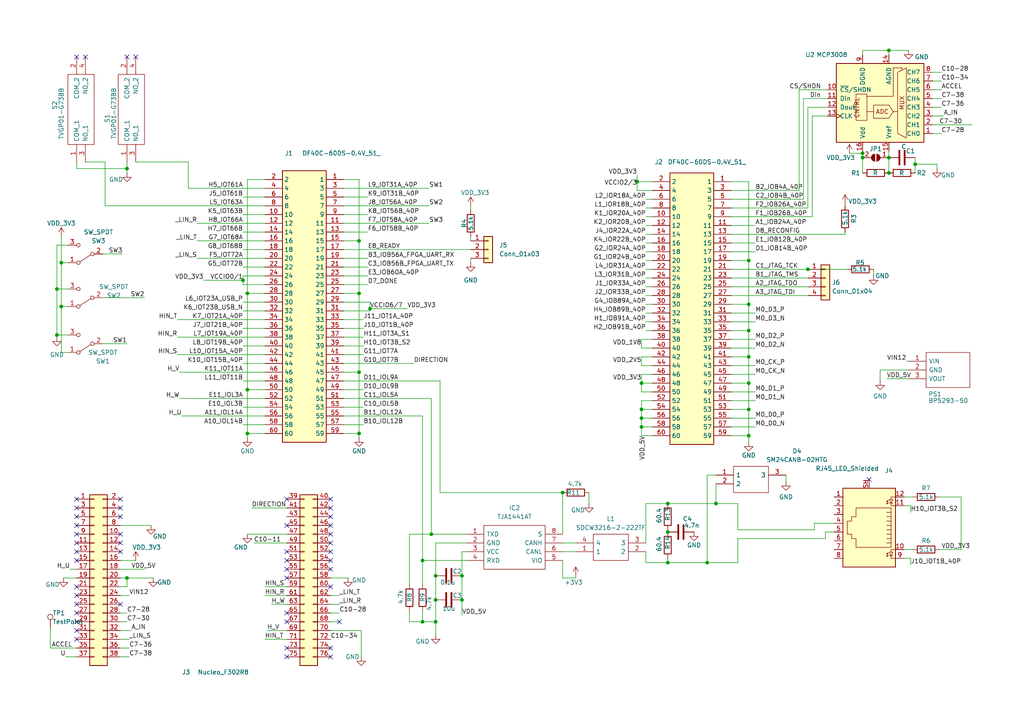
<source format=kicad_sch>
(kicad_sch (version 20231120) (generator "eeschema") (generator_version "8.0")
  (paper "A4")
  (junction (at 186.055 111.125))
  (junction (at 205.105 163.195))
  (junction (at 16.51 83.82))
  (junction (at 193.675 154.305))
  (junction (at 71.755 85.09))
  (junction (at 217.17 88.265))
  (junction (at 217.17 95.885))
  (junction (at 257.81 50.165))
  (junction (at 193.675 146.05))
  (junction (at 265.43 47.625))
  (junction (at 193.675 163.195))
  (junction (at 250.19 45.72))
  (junction (at 257.81 45.72))
  (junction (at 133.985 173.99))
  (junction (at 217.17 103.505))
  (junction (at 217.17 75.565))
  (junction (at 104.14 69.85))
  (junction (at 104.14 107.95))
  (junction (at 125.095 154.94))
  (junction (at 71.755 125.73))
  (junction (at 36.83 48.895))
  (junction (at 17.78 76.2))
  (junction (at 122.555 162.56))
  (junction (at 70.485 81.28))
  (junction (at 186.055 121.285))
  (junction (at 107.315 89.535))
  (junction (at 217.17 111.125))
  (junction (at 163.195 142.875))
  (junction (at 126.365 167.005))
  (junction (at 104.14 85.09))
  (junction (at 217.17 126.365))
  (junction (at 71.755 113.03))
  (junction (at 133.985 167.005))
  (junction (at 257.81 14.605))
  (junction (at 104.14 125.73))
  (junction (at 207.645 146.05))
  (junction (at 250.19 44.45))
  (junction (at 184.785 52.705))
  (junction (at 217.17 118.745))
  (junction (at 122.555 180.34))
  (junction (at 186.055 123.825))
  (junction (at 234.315 78.105))
  (junction (at 186.055 118.745))
  (junction (at 36.83 167.64))
  (junction (at 126.365 173.99))
  (junction (at 126.365 180.34))
  (junction (at 16.51 97.155))
  (junction (at 17.78 88.9))
  (no_connect (at 34.925 144.78))
  (no_connect (at 22.225 149.86))
  (no_connect (at 22.225 144.78))
  (no_connect (at 95.885 165.1))
  (no_connect (at 34.925 157.48))
  (no_connect (at 83.185 167.64))
  (no_connect (at 83.185 162.56))
  (no_connect (at 95.885 170.18))
  (no_connect (at 95.885 152.4))
  (no_connect (at 95.885 147.32))
  (no_connect (at 95.885 187.96))
  (no_connect (at 22.225 172.72))
  (no_connect (at 83.185 177.8))
  (no_connect (at 83.185 144.78))
  (no_connect (at 22.225 16.51))
  (no_connect (at 98.425 180.34))
  (no_connect (at 83.185 160.02))
  (no_connect (at 34.925 175.26))
  (no_connect (at 22.225 147.32))
  (no_connect (at 34.925 149.86))
  (no_connect (at 95.885 157.48))
  (no_connect (at 95.885 190.5))
  (no_connect (at 95.885 162.56))
  (no_connect (at 95.885 160.02))
  (no_connect (at 95.885 154.94))
  (no_connect (at 22.225 180.34))
  (no_connect (at 83.185 187.96))
  (no_connect (at 22.225 170.18))
  (no_connect (at 34.925 160.02))
  (no_connect (at 22.225 154.94))
  (no_connect (at 22.225 162.56))
  (no_connect (at 39.37 16.51))
  (no_connect (at 83.185 165.1))
  (no_connect (at 22.225 160.02))
  (no_connect (at 34.925 147.32))
  (no_connect (at 83.185 180.34))
  (no_connect (at 22.225 175.26))
  (no_connect (at 95.885 144.78))
  (no_connect (at 34.925 154.94))
  (no_connect (at 36.83 16.51))
  (no_connect (at 24.765 16.51))
  (no_connect (at 83.185 152.4))
  (no_connect (at 83.185 190.5))
  (no_connect (at 22.225 182.88))
  (no_connect (at 252.095 139.065))
  (no_connect (at 95.885 149.86))
  (no_connect (at 22.225 185.42))
  (no_connect (at 22.225 177.8))
  (no_connect (at 22.225 157.48))
  (no_connect (at 22.225 152.4))
  (wire (pts (xy 122.555 162.56) (xy 122.555 169.545)))
  (wire (pts (xy 136.525 59.69) (xy 136.525 60.96)))
  (wire (pts (xy 99.695 64.77) (xy 124.46 64.77)))
  (wire (pts (xy 136.525 68.58) (xy 136.525 69.85)))
  (wire (pts (xy 264.16 163.83) (xy 264.16 161.925)))
  (wire (pts (xy 76.835 90.17) (xy 70.485 90.17)))
  (wire (pts (xy 189.23 65.405) (xy 187.325 65.405)))
  (wire (pts (xy 205.105 137.795) (xy 205.105 163.195)))
  (wire (pts (xy 35.56 73.66) (xy 29.845 73.66)))
  (wire (pts (xy 212.09 80.645) (xy 234.315 80.645)))
  (wire (pts (xy 57.15 64.77) (xy 76.835 64.77)))
  (wire (pts (xy 240.03 31.115) (xy 234.315 31.115)))
  (wire (pts (xy 219.075 106.045) (xy 212.09 106.045)))
  (wire (pts (xy 52.705 120.65) (xy 76.835 120.65)))
  (wire (pts (xy 19.685 76.2) (xy 17.78 76.2)))
  (wire (pts (xy 227.965 137.795) (xy 227.965 139.7)))
  (wire (pts (xy 193.675 163.195) (xy 193.675 161.925)))
  (wire (pts (xy 77.47 182.88) (xy 83.185 182.88)))
  (wire (pts (xy 219.075 98.425) (xy 212.09 98.425)))
  (wire (pts (xy 219.075 116.205) (xy 212.09 116.205)))
  (wire (pts (xy 51.435 92.71) (xy 76.835 92.71)))
  (wire (pts (xy 104.14 69.85) (xy 104.14 52.07)))
  (wire (pts (xy 99.695 115.57) (xy 125.095 115.57)))
  (wire (pts (xy 278.765 159.385) (xy 278.765 144.145)))
  (wire (pts (xy 270.51 23.495) (xy 273.05 23.495)))
  (wire (pts (xy 270.51 36.195) (xy 281.94 36.195)))
  (wire (pts (xy 118.745 154.94) (xy 125.095 154.94)))
  (wire (pts (xy 133.985 173.99) (xy 133.985 178.435)))
  (wire (pts (xy 76.835 170.18) (xy 83.185 170.18)))
  (wire (pts (xy 51.435 97.79) (xy 76.835 97.79)))
  (wire (pts (xy 127.635 142.875) (xy 163.195 142.875)))
  (wire (pts (xy 217.17 118.745) (xy 217.17 111.125)))
  (wire (pts (xy 186.055 121.285) (xy 186.055 123.825)))
  (wire (pts (xy 186.055 116.205) (xy 186.055 118.745)))
  (wire (pts (xy 71.755 125.73) (xy 76.835 125.73)))
  (wire (pts (xy 264.16 146.685) (xy 262.255 146.685)))
  (wire (pts (xy 54.61 54.61) (xy 76.835 54.61)))
  (wire (pts (xy 70.485 82.55) (xy 76.835 82.55)))
  (wire (pts (xy 189.23 60.325) (xy 187.325 60.325)))
  (wire (pts (xy 136.525 74.93) (xy 136.525 76.2)))
  (wire (pts (xy 270.51 31.115) (xy 273.05 31.115)))
  (wire (pts (xy 212.09 60.325) (xy 234.315 60.325)))
  (wire (pts (xy 57.15 74.93) (xy 76.835 74.93)))
  (wire (pts (xy 233.045 28.575) (xy 240.03 28.575)))
  (wire (pts (xy 14.605 182.245) (xy 14.605 187.96)))
  (wire (pts (xy 219.075 123.825) (xy 212.09 123.825)))
  (wire (pts (xy 76.835 87.63) (xy 70.485 87.63)))
  (wire (pts (xy 187.325 163.195) (xy 193.675 163.195)))
  (wire (pts (xy 187.325 57.785) (xy 189.23 57.785)))
  (wire (pts (xy 217.17 118.745) (xy 212.09 118.745)))
  (wire (pts (xy 250.19 14.605) (xy 257.81 14.605)))
  (wire (pts (xy 104.14 125.73) (xy 104.14 127)))
  (wire (pts (xy 104.14 125.73) (xy 104.14 107.95)))
  (wire (pts (xy 106.68 82.55) (xy 99.695 82.55)))
  (wire (pts (xy 36.83 170.18) (xy 36.83 167.64)))
  (wire (pts (xy 219.075 90.805) (xy 212.09 90.805)))
  (wire (pts (xy 83.185 172.72) (xy 76.835 172.72)))
  (wire (pts (xy 104.14 85.09) (xy 99.695 85.09)))
  (wire (pts (xy 186.055 100.965) (xy 189.23 100.965)))
  (wire (pts (xy 217.17 111.125) (xy 217.17 103.505)))
  (wire (pts (xy 29.845 99.695) (xy 36.83 99.695)))
  (wire (pts (xy 104.14 107.95) (xy 104.14 85.09)))
  (wire (pts (xy 217.17 111.125) (xy 212.09 111.125)))
  (wire (pts (xy 212.09 67.945) (xy 245.11 67.945)))
  (wire (pts (xy 207.645 146.05) (xy 213.995 146.05)))
  (wire (pts (xy 236.22 151.765) (xy 241.935 151.765)))
  (wire (pts (xy 105.41 97.79) (xy 99.695 97.79)))
  (wire (pts (xy 186.055 108.585) (xy 186.055 111.125)))
  (wire (pts (xy 16.51 71.12) (xy 16.51 83.82)))
  (wire (pts (xy 20.32 165.1) (xy 22.225 165.1)))
  (wire (pts (xy 36.83 50.165) (xy 36.83 48.895)))
  (wire (pts (xy 167.005 167.64) (xy 167.005 167.005)))
  (wire (pts (xy 106.68 77.47) (xy 99.695 77.47)))
  (wire (pts (xy 213.995 163.195) (xy 213.995 156.21)))
  (wire (pts (xy 187.325 83.185) (xy 189.23 83.185)))
  (wire (pts (xy 264.16 148.59) (xy 264.16 146.685)))
  (wire (pts (xy 19.685 97.155) (xy 16.51 97.155)))
  (wire (pts (xy 107.315 89.535) (xy 107.315 90.17)))
  (wire (pts (xy 39.37 46.99) (xy 54.61 46.99)))
  (wire (pts (xy 213.995 156.21) (xy 239.395 156.21)))
  (wire (pts (xy 265.43 45.72) (xy 265.43 47.625)))
  (wire (pts (xy 104.14 52.07) (xy 99.695 52.07)))
  (wire (pts (xy 52.07 107.95) (xy 76.835 107.95)))
  (wire (pts (xy 189.23 111.125) (xy 186.055 111.125)))
  (wire (pts (xy 54.61 46.99) (xy 54.61 54.61)))
  (wire (pts (xy 106.68 57.15) (xy 99.695 57.15)))
  (wire (pts (xy 217.17 75.565) (xy 212.09 75.565)))
  (wire (pts (xy 257.81 45.72) (xy 257.81 43.815)))
  (wire (pts (xy 193.675 146.05) (xy 207.645 146.05)))
  (wire (pts (xy 122.555 120.65) (xy 122.555 162.56)))
  (wire (pts (xy 135.255 160.02) (xy 133.985 160.02)))
  (wire (pts (xy 255.27 110.49) (xy 255.27 107.315)))
  (wire (pts (xy 106.68 74.93) (xy 99.695 74.93)))
  (wire (pts (xy 16.51 83.82) (xy 19.685 83.82)))
  (wire (pts (xy 212.09 62.865) (xy 235.585 62.865)))
  (wire (pts (xy 189.23 118.745) (xy 186.055 118.745)))
  (wire (pts (xy 71.755 52.07) (xy 71.755 85.09)))
  (wire (pts (xy 34.925 182.88) (xy 38.1 182.88)))
  (wire (pts (xy 250.19 45.72) (xy 250.19 50.165)))
  (wire (pts (xy 207.645 140.335) (xy 207.645 146.05)))
  (wire (pts (xy 189.23 98.425) (xy 186.055 98.425)))
  (wire (pts (xy 76.835 123.19) (xy 70.485 123.19)))
  (wire (pts (xy 105.41 118.11) (xy 99.695 118.11)))
  (wire (pts (xy 104.775 190.5) (xy 104.775 182.88)))
  (wire (pts (xy 184.785 55.245) (xy 189.23 55.245)))
  (wire (pts (xy 255.27 107.315) (xy 263.525 107.315)))
  (wire (pts (xy 212.09 83.185) (xy 234.315 83.185)))
  (wire (pts (xy 99.695 125.73) (xy 104.14 125.73)))
  (wire (pts (xy 234.315 78.105) (xy 245.745 78.105)))
  (wire (pts (xy 76.835 185.42) (xy 83.185 185.42)))
  (wire (pts (xy 30.48 59.69) (xy 76.835 59.69)))
  (wire (pts (xy 217.17 52.705) (xy 212.09 52.705)))
  (wire (pts (xy 16.51 97.79) (xy 16.51 97.155)))
  (wire (pts (xy 99.695 59.69) (xy 124.46 59.69)))
  (wire (pts (xy 76.835 100.33) (xy 70.485 100.33)))
  (wire (pts (xy 219.075 93.345) (xy 212.09 93.345)))
  (wire (pts (xy 34.925 190.5) (xy 37.465 190.5)))
  (wire (pts (xy 105.41 95.25) (xy 99.695 95.25)))
  (wire (pts (xy 186.055 113.665) (xy 189.23 113.665)))
  (wire (pts (xy 189.23 73.025) (xy 187.325 73.025)))
  (wire (pts (xy 73.025 147.32) (xy 83.185 147.32)))
  (wire (pts (xy 219.075 100.965) (xy 212.09 100.965)))
  (wire (pts (xy 70.485 80.01) (xy 70.485 81.28)))
  (wire (pts (xy 212.09 78.105) (xy 234.315 78.105)))
  (wire (pts (xy 106.68 80.01) (xy 99.695 80.01)))
  (wire (pts (xy 184.785 50.8) (xy 184.785 52.705)))
  (wire (pts (xy 163.195 160.02) (xy 167.005 160.02)))
  (wire (pts (xy 189.23 116.205) (xy 186.055 116.205)))
  (wire (pts (xy 189.23 70.485) (xy 187.325 70.485)))
  (wire (pts (xy 95.885 167.64) (xy 100.965 167.64)))
  (wire (pts (xy 107.315 87.63) (xy 107.315 89.535)))
  (wire (pts (xy 71.755 154.94) (xy 83.185 154.94)))
  (wire (pts (xy 76.835 110.49) (xy 70.485 110.49)))
  (wire (pts (xy 70.485 81.28) (xy 70.485 82.55)))
  (wire (pts (xy 189.23 121.285) (xy 186.055 121.285)))
  (wire (pts (xy 71.755 85.09) (xy 76.835 85.09)))
  (wire (pts (xy 126.365 173.99) (xy 126.365 180.34)))
  (wire (pts (xy 17.78 68.58) (xy 17.78 76.2)))
  (wire (pts (xy 213.995 146.05) (xy 213.995 153.67)))
  (wire (pts (xy 163.195 154.94) (xy 163.195 142.875)))
  (wire (pts (xy 246.38 44.45) (xy 250.19 44.45)))
  (wire (pts (xy 34.925 187.96) (xy 37.465 187.96)))
  (wire (pts (xy 17.78 88.9) (xy 17.78 102.235)))
  (wire (pts (xy 34.925 172.72) (xy 37.465 172.72)))
  (wire (pts (xy 257.175 109.855) (xy 263.525 109.855)))
  (wire (pts (xy 189.23 85.725) (xy 187.325 85.725)))
  (wire (pts (xy 118.745 154.94) (xy 118.745 169.545)))
  (wire (pts (xy 270.51 28.575) (xy 273.05 28.575)))
  (wire (pts (xy 118.745 180.34) (xy 122.555 180.34)))
  (wire (pts (xy 187.325 160.02) (xy 187.325 163.195)))
  (wire (pts (xy 105.41 92.71) (xy 99.695 92.71)))
  (wire (pts (xy 257.81 14.605) (xy 257.81 15.875)))
  (wire (pts (xy 95.885 175.26) (xy 98.425 175.26)))
  (wire (pts (xy 30.48 46.99) (xy 24.765 46.99)))
  (wire (pts (xy 205.105 163.195) (xy 213.995 163.195)))
  (wire (pts (xy 70.485 81.28) (xy 59.055 81.28)))
  (wire (pts (xy 71.755 85.09) (xy 71.755 113.03)))
  (wire (pts (xy 30.48 46.99) (xy 30.48 59.69)))
  (wire (pts (xy 99.695 54.61) (xy 124.46 54.61)))
  (wire (pts (xy 17.78 102.235) (xy 19.685 102.235)))
  (wire (pts (xy 217.17 88.265) (xy 212.09 88.265)))
  (wire (pts (xy 16.51 97.155) (xy 16.51 83.82)))
  (wire (pts (xy 126.365 157.48) (xy 126.365 167.005)))
  (wire (pts (xy 189.23 103.505) (xy 186.055 103.505)))
  (wire (pts (xy 76.835 80.01) (xy 70.485 80.01)))
  (wire (pts (xy 19.685 71.12) (xy 16.51 71.12)))
  (wire (pts (xy 126.365 180.34) (xy 126.365 184.15)))
  (wire (pts (xy 231.775 26.035) (xy 240.03 26.035)))
  (wire (pts (xy 262.89 104.775) (xy 263.525 104.775)))
  (wire (pts (xy 99.695 110.49) (xy 127.635 110.49)))
  (wire (pts (xy 250.19 15.875) (xy 250.19 14.605)))
  (wire (pts (xy 71.755 113.03) (xy 76.835 113.03)))
  (wire (pts (xy 189.23 78.105) (xy 187.325 78.105)))
  (wire (pts (xy 22.225 48.895) (xy 22.225 46.99)))
  (wire (pts (xy 99.695 120.65) (xy 122.555 120.65)))
  (wire (pts (xy 270.51 26.035) (xy 273.05 26.035)))
  (wire (pts (xy 19.685 88.9) (xy 17.78 88.9)))
  (wire (pts (xy 118.11 89.535) (xy 107.315 89.535)))
  (wire (pts (xy 70.485 77.47) (xy 76.835 77.47)))
  (wire (pts (xy 186.055 126.365) (xy 189.23 126.365)))
  (wire (pts (xy 122.555 180.34) (xy 126.365 180.34)))
  (wire (pts (xy 95.885 172.72) (xy 98.425 172.72)))
  (wire (pts (xy 99.695 72.39) (xy 136.525 72.39)))
  (wire (pts (xy 217.17 75.565) (xy 217.17 52.705)))
  (wire (pts (xy 34.925 185.42) (xy 37.465 185.42)))
  (wire (pts (xy 76.835 52.07) (xy 71.755 52.07)))
  (wire (pts (xy 127.635 110.49) (xy 127.635 142.875)))
  (wire (pts (xy 189.23 52.705) (xy 184.785 52.705)))
  (wire (pts (xy 186.055 118.745) (xy 186.055 121.285)))
  (wire (pts (xy 250.19 43.815) (xy 250.19 44.45)))
  (wire (pts (xy 34.925 177.8) (xy 36.83 177.8)))
  (wire (pts (xy 70.485 72.39) (xy 76.835 72.39)))
  (wire (pts (xy 18.415 167.64) (xy 22.225 167.64)))
  (wire (pts (xy 186.055 98.425) (xy 186.055 100.965)))
  (wire (pts (xy 51.435 102.87) (xy 76.835 102.87)))
  (wire (pts (xy 29.845 86.36) (xy 41.91 86.36)))
  (wire (pts (xy 17.78 76.2) (xy 17.78 88.9)))
  (wire (pts (xy 122.555 180.34) (xy 122.555 177.165)))
  (wire (pts (xy 189.23 90.805) (xy 187.325 90.805)))
  (wire (pts (xy 233.045 28.575) (xy 233.045 57.785)))
  (wire (pts (xy 14.605 187.96) (xy 22.225 187.96)))
  (wire (pts (xy 239.395 156.21) (xy 239.395 154.305)))
  (wire (pts (xy 217.17 95.885) (xy 217.17 88.265)))
  (wire (pts (xy 71.755 113.03) (xy 71.755 125.73)))
  (wire (pts (xy 217.17 126.365) (xy 217.17 118.745)))
  (wire (pts (xy 19.05 190.5) (xy 22.225 190.5)))
  (wire (pts (xy 125.095 115.57) (xy 125.095 154.94)))
  (wire (pts (xy 189.23 75.565) (xy 187.325 75.565)))
  (wire (pts (xy 257.81 45.72) (xy 257.81 50.165)))
  (wire (pts (xy 57.15 69.85) (xy 76.835 69.85)))
  (wire (pts (xy 52.07 115.57) (xy 76.835 115.57)))
  (wire (pts (xy 76.835 105.41) (xy 70.485 105.41)))
  (wire (pts (xy 212.09 57.785) (xy 233.045 57.785)))
  (wire (pts (xy 219.075 121.285) (xy 212.09 121.285)))
  (wire (pts (xy 104.14 107.95) (xy 99.695 107.95)))
  (wire (pts (xy 270.51 33.655) (xy 273.685 33.655)))
  (wire (pts (xy 193.675 153.67) (xy 193.675 154.305)))
  (wire (pts (xy 184.785 52.705) (xy 184.785 55.245)))
  (wire (pts (xy 76.835 67.31) (xy 70.485 67.31)))
  (wire (pts (xy 133.985 167.005) (xy 133.985 173.99)))
  (wire (pts (xy 207.645 137.795) (xy 205.105 137.795)))
  (wire (pts (xy 231.775 26.035) (xy 231.775 55.245)))
  (wire (pts (xy 99.695 105.41) (xy 120.015 105.41)))
  (wire (pts (xy 76.835 118.11) (xy 70.485 118.11)))
  (wire (pts (xy 125.095 154.94) (xy 135.255 154.94)))
  (wire (pts (xy 219.075 73.025) (xy 212.09 73.025)))
  (wire (pts (xy 170.815 146.05) (xy 170.815 142.875)))
  (wire (pts (xy 76.835 62.23) (xy 70.485 62.23)))
  (wire (pts (xy 71.755 125.73) (xy 71.755 127)))
  (wire (pts (xy 133.985 160.02) (xy 133.985 167.005)))
  (wire (pts (xy 34.925 170.18) (xy 36.83 170.18)))
  (wire (pts (xy 213.995 153.67) (xy 236.22 153.67)))
  (wire (pts (xy 99.695 87.63) (xy 107.315 87.63)))
  (wire (pts (xy 105.41 123.19) (xy 99.695 123.19)))
  (wire (pts (xy 189.23 123.825) (xy 186.055 123.825)))
  (wire (pts (xy 122.555 162.56) (xy 135.255 162.56)))
  (wire (pts (xy 186.055 103.505) (xy 186.055 106.045)))
  (wire (pts (xy 189.23 108.585) (xy 186.055 108.585)))
  (wire (pts (xy 253.365 78.105) (xy 253.365 80.01)))
  (wire (pts (xy 106.68 67.31) (xy 99.695 67.31)))
  (wire (pts (xy 264.795 144.145) (xy 262.255 144.145)))
  (wire (pts (xy 234.315 31.115) (xy 234.315 60.325)))
  (wire (pts (xy 73.66 157.48) (xy 83.185 157.48)))
  (wire (pts (xy 217.17 95.885) (xy 212.09 95.885)))
  (wire (pts (xy 34.925 162.56) (xy 39.37 162.56)))
  (wire (pts (xy 163.195 157.48) (xy 167.005 157.48)))
  (wire (pts (xy 240.03 33.655) (xy 235.585 33.655)))
  (wire (pts (xy 212.09 55.245) (xy 231.775 55.245)))
  (wire (pts (xy 106.68 62.23) (xy 99.695 62.23)))
  (wire (pts (xy 163.195 162.56) (xy 163.195 167.64)))
  (wire (pts (xy 189.23 95.885) (xy 187.325 95.885)))
  (wire (pts (xy 271.78 47.625) (xy 265.43 47.625)))
  (wire (pts (xy 167.005 167.64) (xy 163.195 167.64)))
  (wire (pts (xy 104.14 85.09) (xy 104.14 69.85)))
  (wire (pts (xy 36.83 48.895) (xy 36.83 46.99)))
  (wire (pts (xy 104.14 69.85) (xy 99.695 69.85)))
  (wire (pts (xy 245.11 59.69) (xy 245.11 59.055)))
  (wire (pts (xy 187.325 157.48) (xy 187.325 146.05)))
  (wire (pts (xy 187.325 93.345) (xy 189.23 93.345)))
  (wire (pts (xy 193.675 163.195) (xy 205.105 163.195)))
  (wire (pts (xy 272.415 159.385) (xy 278.765 159.385)))
  (wire (pts (xy 95.885 177.8) (xy 98.425 177.8)))
  (wire (pts (xy 217.17 126.365) (xy 217.17 128.27)))
  (wire (pts (xy 217.17 88.265) (xy 217.17 75.565)))
  (wire (pts (xy 107.315 90.17) (xy 99.695 90.17)))
  (wire (pts (xy 118.745 180.34) (xy 118.745 177.165)))
  (wire (pts (xy 78.74 175.26) (xy 83.185 175.26)))
  (wire (pts (xy 187.325 146.05) (xy 193.675 146.05)))
  (wire (pts (xy 245.11 67.31) (xy 245.11 67.945)))
  (wire (pts (xy 265.43 47.625) (xy 265.43 50.165)))
  (wire (pts (xy 271.78 47.625) (xy 271.78 48.895)))
  (wire (pts (xy 126.365 157.48) (xy 135.255 157.48)))
  (wire (pts (xy 187.325 67.945) (xy 189.23 67.945)))
  (wire (pts (xy 264.16 161.925) (xy 262.255 161.925)))
  (wire (pts (xy 270.51 38.735) (xy 273.05 38.735)))
  (wire (pts (xy 278.765 144.145) (xy 272.415 144.145)))
  (wire (pts (xy 212.09 85.725) (xy 234.315 85.725)))
  (wire (pts (xy 189.23 80.645) (xy 187.325 80.645)))
  (wire (pts (xy 186.055 111.125) (xy 186.055 113.665)))
  (wire (pts (xy 34.925 165.1) (xy 41.91 165.1)))
  (wire (pts (xy 219.075 113.665) (xy 212.09 113.665)))
  (wire (pts (xy 235.585 33.655) (xy 235.585 62.865)))
  (wire (pts (xy 186.055 106.045) (xy 189.23 106.045)))
  (wire (pts (xy 219.075 108.585) (xy 212.09 108.585)))
  (wire (pts (xy 187.325 62.865) (xy 189.23 62.865)))
  (wire (pts (xy 241.935 154.305) (xy 239.395 154.305)))
  (wire (pts (xy 34.925 180.34) (xy 36.83 180.34)))
  (wire (pts (xy 186.055 123.825) (xy 186.055 126.365)))
  (wire (pts (xy 70.485 95.25) (xy 76.835 95.25)))
  (wire (pts (xy 105.41 100.33) (xy 99.695 100.33)))
  (wire (pts (xy 250.19 44.45) (xy 250.19 45.72)))
  (wire (pts (xy 76.835 57.15) (xy 70.485 57.15)))
  (wire (pts (xy 105.41 113.03) (xy 99.695 113.03)))
  (wire (pts (xy 34.925 152.4) (xy 43.815 152.4)))
  (wire (pts (xy 95.885 180.34) (xy 98.425 180.34)))
  (wire (pts (xy 126.365 167.005) (xy 126.365 173.99)))
  (wire (pts (xy 219.075 65.405) (xy 212.09 65.405)))
  (wire (pts (xy 270.51 20.955) (xy 273.05 20.955)))
  (wire (pts (xy 34.925 167.64) (xy 36.83 167.64)))
  (wire (pts (xy 187.325 88.265) (xy 189.23 88.265)))
  (wire (pts (xy 99.695 102.87) (xy 105.41 102.87)))
  (wire (pts (xy 264.795 159.385) (xy 262.255 159.385)))
  (wire (pts (xy 104.775 182.88) (xy 95.885 182.88)))
  (wire (pts (xy 217.17 103.505) (xy 212.09 103.505)))
  (wire (pts (xy 212.09 126.365) (xy 217.17 126.365)))
  (wire (pts (xy 22.225 48.895) (xy 36.83 48.895)))
  (wire (pts (xy 236.22 153.67) (xy 236.22 151.765)))
  (wire (pts (xy 219.075 70.485) (xy 212.09 70.485)))
  (wire (pts (xy 217.17 103.505) (xy 217.17 95.885)))
  (wire (pts (xy 263.525 14.605) (xy 257.81 14.605)))
  (wire (pts (xy 36.83 167.64) (xy 44.45 167.64)))
  (label "_LIN_S" (at 37.465 185.42 0))
  (label "B11_IOL12A" (at 105.41 120.65 0))
  (label "G8_IOT68B" (at 70.485 72.39 180))
  (label "B3_IOB56A_FPGA_UART_RX" (at 106.68 74.93 0))
  (label "L9_IOT31A_40P" (at 106.68 54.61 0))
  (label "VDD_3V3" (at 273.05 159.385 0))
  (label "J1_IOR33A_40P" (at 187.325 83.185 180))
  (label "C10_IOL5B" (at 105.41 118.11 0))
  (label "H5_IOT61A" (at 70.485 54.61 180))
  (label "C7-38" (at 37.465 190.5 0))
  (label "M0_D1_P" (at 219.075 113.665 0))
  (label "H8_IOT66A" (at 70.485 64.77 180))
  (label "A11_IOL14A" (at 70.485 120.65 180))
  (label "H2_IOB91B_40P" (at 187.325 95.885 180))
  (label "L11_IOT11B" (at 70.485 110.49 180))
  (label "C7-36" (at 37.465 187.96 0))
  (label "DIRECTION" (at 120.015 105.41 0))
  (label "HIN_T" (at 51.435 92.71 180))
  (label "B2_IOB4A_40P" (at 219.075 55.245 0))
  (label "G2_IOR24A_40P" (at 187.325 73.025 180))
  (label "C10-28" (at 273.05 20.955 0))
  (label "C10-28" (at 98.425 177.8 0))
  (label "H4_IOB89B_40P" (at 187.325 90.805 180))
  (label "L5_IOT63A" (at 70.485 59.69 180))
  (label "A3_JTAG_TDI" (at 219.075 85.725 0))
  (label "C7-28" (at 273.05 38.735 0))
  (label "C3_IOB56B_FPGA_UART_TX" (at 106.68 77.47 0))
  (label "F2_IOB26A_40P" (at 219.075 60.325 0))
  (label "M0_D3_P" (at 219.075 90.805 0))
  (label "G1_IOR24B_40P" (at 187.325 75.565 180))
  (label "_LIN_R" (at 98.425 175.26 0))
  (label "E11_IOL3A" (at 70.485 115.57 180))
  (label "SW2" (at 124.46 59.69 0))
  (label "H_U" (at 52.705 120.65 180))
  (label "A1_IOB24A_40P" (at 219.075 65.405 0))
  (label "HIN_T" (at 76.835 185.42 0))
  (label "_LIN_R" (at 57.15 64.77 180))
  (label "G4_IOB89A_40P" (at 187.325 88.265 180))
  (label "E8_READY" (at 106.68 72.39 0))
  (label "H_W" (at 52.07 115.57 180))
  (label "ACCEL" (at 20.955 187.96 180))
  (label "VDD_5V" (at 187.325 126.365 270))
  (label "C7-38" (at 273.05 28.575 0))
  (label "E10_IOL3B" (at 70.485 118.11 180))
  (label "C10-34" (at 273.05 23.495 0))
  (label "K2_IOR20B_40P" (at 187.325 65.405 180))
  (label "J10_IOT1B_40P" (at 105.41 95.25 0))
  (label "D10_IOL9B" (at 105.41 113.03 0))
  (label "L3_IOR31B_40P" (at 187.325 80.645 180))
  (label "L8_IOT19B_40P" (at 70.485 100.33 180))
  (label "K5_IOT63B" (at 70.485 62.23 180))
  (label "VDD_3V3" (at 118.11 89.535 0))
  (label "F5_IOT72A" (at 70.485 74.93 180))
  (label "SW3" (at 124.46 64.77 0))
  (label "H_U" (at 20.32 165.1 180))
  (label "VDD_5V" (at 38.1 165.1 0))
  (label "C7-30" (at 272.415 36.195 0))
  (label "K1_IOR20A_40P" (at 187.325 62.865 180))
  (label "M0_D0_N" (at 219.075 123.825 0))
  (label "D11_IOL9A" (at 105.41 110.49 0))
  (label "J7_IOT21B_40P" (at 70.485 95.25 180))
  (label "U" (at 19.05 190.5 180))
  (label "L2_IOR18A_40P" (at 187.325 57.785 180))
  (label "C10-34" (at 95.885 185.42 0))
  (label "A10_IOL14B" (at 70.485 123.19 180))
  (label "F1_IOB26B_40P" (at 219.075 62.865 0))
  (label "_LIN_T" (at 98.425 172.72 0))
  (label "VDD_3V3" (at 186.055 110.49 180))
  (label "M0_CK_N" (at 219.075 108.585 0))
  (label "E1_IOB12B_40P" (at 219.075 70.485 0))
  (label "M0_D1_N" (at 219.075 116.205 0))
  (label "VCCIO0{slash}1" (at 70.485 81.28 180))
  (label "H_V" (at 77.47 182.88 0))
  (label "M0_CK_P" (at 219.075 106.045 0))
  (label "C7-28" (at 36.83 177.8 0))
  (label "F6_IOT58B_40P" (at 106.68 67.31 0))
  (label "HIN_R" (at 76.835 172.72 0))
  (label "D8_RECONFIG" (at 219.075 67.945 0))
  (label "M0_D0_P" (at 219.075 121.285 0))
  (label "C2_IOB4B_40P" (at 219.075 57.785 0))
  (label "CS{slash}SHDN" (at 238.125 26.035 180))
  (label "VIN12" (at 262.89 104.775 180))
  (label "M0_D2_N" (at 219.075 100.965 0))
  (label "H10_IOT3B_S2" (at 264.16 148.59 0))
  (label "K9_IOT31B_40P" (at 106.68 57.15 0))
  (label "VDD_2V5" (at 186.055 105.41 180))
  (label "SW3" (at 35.56 73.66 180))
  (label "G11_IOT7A" (at 105.41 102.87 0))
  (label "E3_IOB60A_40P" (at 106.68 80.01 0))
  (label "HIN_R" (at 51.435 97.79 180))
  (label "J2_IOR33B_40P" (at 187.325 85.725 180))
  (label "C7-30" (at 36.83 180.34 0))
  (label "G5_IOT72B" (at 70.485 77.47 180))
  (label "J4_IOR22A_40P" (at 187.325 67.945 180))
  (label "C1_JTAG_TCK" (at 219.075 78.105 0))
  (label "K6_IOT23B_USB_N" (at 70.485 90.17 180))
  (label "G10_IOT7B" (at 105.41 105.41 0))
  (label "L10_IOT15A_40P" (at 70.485 102.87 180))
  (label "VCCIO6{slash}7" (at 107.315 89.535 0))
  (label "SW1" (at 124.46 54.61 0))
  (label "B1_JTAG_TMS" (at 219.075 80.645 0))
  (label "H1_IOB91A_40P" (at 187.325 93.345 180))
  (label "L7_IOT19A_40P" (at 70.485 97.79 180))
  (label "J11_IOT1A_40P" (at 105.41 92.71 0))
  (label "VDD_3V3" (at 59.055 81.28 180))
  (label "K8_IOT56B_40P" (at 106.68 62.23 0))
  (label "H_V" (at 52.07 107.95 180))
  (label "J10_IOT1B_40P" (at 264.16 163.83 0))
  (label "H10_IOT3B_S2" (at 105.41 100.33 0))
  (label "HIN_S" (at 51.435 102.87 180))
  (label "ACCEL" (at 273.05 26.035 0))
  (label "H_W" (at 78.74 175.26 0))
  (label "VDD_5V" (at 133.985 178.435 0))
  (label "_LIN_S" (at 57.15 74.93 180))
  (label "G7_IOT68A" (at 70.485 69.85 180))
  (label "SW1" (at 36.83 99.695 180))
  (label "VDD_3V3" (at 184.785 50.8 180))
  (label "M0_D2_P" (at 219.075 98.425 0))
  (label "HIN_S" (at 76.835 170.18 0))
  (label "K7_IOT21A_40P" (at 70.485 92.71 180))
  (label "A2_JTAG_TDO" (at 219.075 83.185 0))
  (label "VCCIO2{slash}3" (at 184.785 53.975 180))
  (label "L6_IOT23A_USB_P" (at 70.485 87.63 180))
  (label "H7_IOT66B" (at 70.485 67.31 180))
  (label "F7_IOT58A_40P" (at 106.68 64.77 0))
  (label "J8_IOT56A_40P" (at 106.68 59.69 0))
  (label "H11_IOT3A_S1" (at 105.41 97.79 0))
  (label "D7_DONE" (at 106.68 82.55 0))
  (label "VDD_1V8" (at 186.055 100.33 180))
  (label "M0_D3_N" (at 219.075 93.345 0))
  (label "_LIN_T" (at 57.15 69.85 180))
  (label "Din" (at 238.125 28.575 180))
  (label "A_IN" (at 273.685 33.655 0))
  (label "J5_IOT61B" (at 70.485 57.15 180))
  (label "SW2" (at 41.91 86.36 180))
  (label "VIN12" (at 37.465 172.72 0))
  (label "DIRECTION" (at 73.025 147.32 0))
  (label "L1_IOR18B_40P" (at 187.325 60.325 180))
  (label "K4_IOR22B_40P" (at 187.325 70.485 180))
  (label "D1_IOB14B_40P" (at 219.075 73.025 0))
  (label "VDD_5V" (at 257.175 109.855 0))
  (label "C10-11" (at 73.66 157.48 0))
  (label "K11_IOT11A" (at 70.485 107.95 180))
  (label "L4_IOR31A_40P" (at 187.325 78.105 180))
  (label "B10_IOL12B" (at 105.41 123.19 0))
  (label "A_IN" (at 38.1 182.88 0))
  (label "K10_IOT15B_40P" (at 70.485 105.41 180))
  (label "C11_IOL5A" (at 105.41 115.57 0))
  (label "C7-36" (at 273.05 31.115 0))
  (symbol (lib_id "Device:R") (at 167.005 142.875 90) (unit 1)
    (property "Reference" "R11" (at 168.275 142.875 90) (effects (justify left)))
    (property "Value" "4.7k" (at 168.91 140.335 90) (effects (justify left)))
    (property "Footprint" "Resistor_SMD:R_0603_1608Metric_Pad0.98x0.95mm_HandSolder" (effects (hide yes)))
  )
  (symbol (lib_id "Connector_Generic:Conn_01x03") (at 141.605 72.39 0) (unit 1)
    (property "Reference" "J5" (at 144.78 71.1199 0) (effects (justify left)))
    (property "Value" "Conn_01x03" (at 144.78 73.6599 0) (effects (justify left)))
    (property "Footprint" "Connector_PinHeader_2.54mm:PinHeader_1x03_P2.54mm_Vertical" (effects (hide yes)))
    (property "Description" "Generic connector, single row, 01x03, script generated (kicad-library-utils/schlib/autogen/connector/)" (effects (hide yes)))
  )
  (symbol (lib_id "Switch:SW_SPDT") (at 24.765 99.695 180) (unit 1)
    (property "Reference" "SW1" (at 29.845 104.775 0))
    (property "Value" "SW_SPDT" (at 29.845 102.235 0))
    (property "Footprint" "Connector_PinHeader_2.54mm:PinHeader_1x03_P2.54mm_Vertical" (effects (hide yes)))
  )
  (symbol (lib_id "Device:R") (at 261.62 50.165 90) (unit 1)
    (property "Reference" "R2" (at 268.605 50.165 90) (effects (justify left)))
    (property "Value" "R" (at 262.255 50.165 90) (effects (justify left)))
    (property "Footprint" "Resistor_SMD:R_0603_1608Metric_Pad0.98x0.95mm_HandSolder" (effects (hide yes)))
  )
  (symbol (lib_id "Device:R") (at 118.745 173.355 0) (unit 1)
    (property "Reference" "R8" (at 118.745 174.625 90) (effects (justify left)))
    (property "Value" "4.7k" (at 116.205 175.26 90) (effects (justify left)))
    (property "Footprint" "Resistor_SMD:R_0603_1608Metric_Pad0.98x0.95mm_HandSolder" (effects (hide yes)))
  )
  (symbol (lib_id "Device:R") (at 268.605 144.145 270) (unit 1)
    (property "Reference" "R7" (at 268.605 141.605 90))
    (property "Value" "5.1k" (at 268.605 144.145 90))
    (property "Footprint" "Resistor_SMD:R_0603_1608Metric_Pad0.98x0.95mm_HandSolder" (effects (hide yes)))
    (property "Description" "Resistor" (effects (hide yes)))
  )
  (symbol (lib_name "GND_2") (lib_id "power:GND") (at 71.755 127 0) (unit 1)
    (property "Reference" "#PWR019" (effects (hide yes)))
    (property "Value" "GND" (at 71.755 130.81 0))
    (property "Description" "Power symbol creates a global label with name \"GND\" , ground" (effects (hide yes)))
  )
  (symbol (lib_id "power:GND") (at 227.965 139.7 0) (unit 1)
    (property "Reference" "#PWR028" (effects (hide yes)))
    (property "Value" "GND" (at 227.965 144.145 0))
  )
  (symbol (lib_id "power:GND") (at 126.365 184.15 0) (unit 1)
    (property "Reference" "#PWR022" (effects (hide yes)))
    (property "Value" "GND" (at 122.555 186.055 0))
  )
  (symbol (lib_id "Device:R") (at 268.605 159.385 270) (unit 1)
    (property "Reference" "R6" (at 268.605 156.845 90))
    (property "Value" "5.1k" (at 268.605 159.385 90))
    (property "Footprint" "Resistor_SMD:R_0603_1608Metric_Pad0.98x0.95mm_HandSolder" (effects (hide yes)))
    (property "Description" "Resistor" (effects (hide yes)))
  )
  (symbol (lib_id "Analog_ADC:MCP3008") (at 255.27 31.115 180) (unit 1)
    (property "Reference" "U2" (at 234.95 15.875 0))
    (property "Value" "MCP3008" (at 241.3 15.875 0))
    (property "Footprint" "Package_DIP:DIP-16_W7.62mm" (effects (hide yes)))
    (property "Datasheet" "http://ww1.microchip.com/downloads/en/DeviceDoc/21295d.pdf" (effects (hide yes)))
  )
  (symbol (lib_id "Device:C") (at 261.62 45.72 90) (unit 1)
    (property "Reference" "C1" (at 265.43 43.815 90) (effects (justify left)))
    (property "Value" "C" (at 262.89 42.545 90) (effects (justify left)))
    (property "Footprint" "Capacitor_SMD:C_0603_1608Metric_Pad1.08x0.95mm_HandSolder" (effects (hide yes)))
  )
  (symbol (lib_id "samacsys:SDCW3216-2-222TF") (at 167.005 157.48 0) (unit 1)
    (property "Reference" "L1" (at 177.165 150.495 0))
    (property "Value" "SDCW3216-2-222TF" (at 177.165 153.035 0))
    (property "Footprint" "samacsys:SDCW32162222TF" (effects (hide yes)))
    (property "Datasheet" "http://www.sunlordinc.com/Download.aspx?file=L1VwbG9hZEZpbGVzL1BERl9DYXQvMjAxODA1MTAxMzUzMzA5NTYucGRm&lan=en" (effects (hide yes)))
    (property "Description" "Wire Wound Chip Common Mode Choke Coil  SDCW Series" (effects (hide yes)))
    (property "Height" "2" (effects (hide yes)))
    (property "Manufacturer_Name" "SUNLORD" (effects (hide yes)))
    (property "Manufacturer_Part_Number" "SDCW3216-2-222TF" (effects (hide yes)))
  )
  (symbol (lib_id "Jumper:SolderJumper_2_Open") (at 254 45.72 180) (unit 1)
    (property "Reference" "JP1" (at 254 43.18 0))
    (property "Value" "SolderJumper_2_Open" (effects (hide yes)))
    (property "Footprint" "Jumper:SolderJumper-2_P1.3mm_Open_TrianglePad1.0x1.5mm" (effects (hide yes)))
  )
  (symbol (lib_id "New_Library:DF40C-60DS-0.4V_51_") (at 76.835 52.07 0) (unit 1)
    (property "Reference" "J1" (at 82.55 44.45 0) (effects (justify left)))
    (property "Value" "DF40C-60DS-0.4V_51_" (at 87.63 44.45 0) (effects (justify left)))
    (property "Footprint" "Library:DF40C-60DS-0.4V_51_" (effects (hide yes)))
    (property "Datasheet" "https://datasheet.datasheetarchive.com/originals/distributors/Datasheets-DGA17/1059795.pdf" (effects (hide yes)))
    (property "Description" "HIROSE(HRS) - DF40C-60DS-0.4V(51) - CONNECTOR, STACKING, HEADER, 60POS, 2ROW" (effects (hide yes)))
    (property "Manufacturer_Name" "Hirose" (effects (hide yes)))
    (property "Manufacturer_Part_Number" "DF40C-60DP-0.4V(51)" (effects (hide yes)))
  )
  (symbol (lib_id "Connector:TestPoint") (at 14.605 182.245 0) (unit 1)
    (property "Reference" "TP1" (at 15.24 177.8 0) (effects (justify left)))
    (property "Value" "TestPoint" (at 15.24 180.34 0) (effects (justify left)))
    (property "Footprint" "TestPoint:TestPoint_Pad_D1.5mm" (effects (hide yes)))
    (property "Description" "test point" (effects (hide yes)))
  )
  (symbol (lib_id "power:+3V3") (at 17.78 68.58 0) (unit 1)
    (property "Reference" "#PWR016" (effects (hide yes)))
    (property "Value" "VDD_3V3" (at 17.78 64.77 0))
  )
  (symbol (lib_id "power:GND") (at 263.525 14.605 0) (unit 1)
    (property "Reference" "#PWR014" (effects (hide yes)))
    (property "Value" "GND" (at 267.335 16.51 0))
  )
  (symbol (lib_id "Device:R") (at 122.555 173.355 0) (unit 1)
    (property "Reference" "R9" (at 122.555 174.625 90) (effects (justify left)))
    (property "Value" "4.7k" (at 124.46 177.165 90) (effects (justify left)))
    (property "Footprint" "Resistor_SMD:R_0603_1608Metric_Pad0.98x0.95mm_HandSolder" (effects (hide yes)))
  )
  (symbol (lib_name "GND_6") (lib_id "power:GND") (at 136.525 76.2 0) (unit 1)
    (property "Reference" "#PWR023" (effects (hide yes)))
    (property "Value" "GND" (at 136.525 81.28 0))
    (property "Description" "Power symbol creates a global label with name \"GND\" , ground" (effects (hide yes)))
  )
  (symbol (lib_id "power:GND") (at 104.775 190.5 0) (unit 1)
    (property "Reference" "#PWR02" (effects (hide yes)))
    (property "Value" "GND" (at 102.235 190.5 0))
  )
  (symbol (lib_id "Device:C") (at 197.485 154.305 90) (unit 1)
    (property "Reference" "C4" (at 199.39 150.495 90))
    (property "Value" "4.7n" (at 200.66 152.4 90))
    (property "Footprint" "Capacitor_SMD:C_0603_1608Metric_Pad1.08x0.95mm_HandSolder" (effects (hide yes)))
  )
  (symbol (lib_id "Switch:SW_SPDT") (at 24.765 86.36 180) (unit 1)
    (property "Reference" "SW2" (at 33.02 85.725 0))
    (property "Value" "SW_SPDT" (at 33.02 83.185 0))
    (property "Footprint" "Connector_PinHeader_2.54mm:PinHeader_1x03_P2.54mm_Vertical" (effects (hide yes)))
  )
  (symbol (lib_id "samacsys:TVGP01-G73BB") (at 36.83 46.99 90) (unit 1)
    (property "Reference" "S1" (at 31.115 33.02 0) (effects (justify right)))
    (property "Value" "TVGP01-G73BB" (at 33.02 25.4 0) (effects (justify right)))
    (property "Footprint" "SamacSys_Parts:TVGP01G73BB" (effects (hide yes)))
    (property "Datasheet" "http://akizukidenshi.com/download/ds/jianfu/TVGP01-G73BB.pdf" (effects (hide yes)))
    (property "Description" "Tactile Switch" (effects (hide yes)))
    (property "Height" "7.6" (effects (hide yes)))
    (property "Manufacturer_Name" "Zhejiang Jianfu Electronics Co., Ltd" (effects (hide yes)))
    (property "Manufacturer_Part_Number" "TVGP01-G73BB" (effects (hide yes)))
  )
  (symbol (lib_id "Device:C") (at 130.175 167.005 90) (unit 1)
    (property "Reference" "C2" (at 133.985 165.735 90) (effects (justify left)))
    (property "Value" "0.1u" (at 132.08 168.91 90) (effects (justify left)))
    (property "Footprint" "Capacitor_SMD:C_0603_1608Metric_Pad1.08x0.95mm_HandSolder" (effects (hide yes)))
  )
  (symbol (lib_id "power:GND") (at 43.815 152.4 0) (unit 1)
    (property "Reference" "#PWR04" (effects (hide yes)))
    (property "Value" "GND" (at 46.355 155.575 0))
  )
  (symbol (lib_id "power:GND") (at 16.51 97.79 0) (unit 1)
    (property "Reference" "#PWR012" (effects (hide yes)))
    (property "Value" "GND" (at 16.51 102.87 0))
  )
  (symbol (lib_id "power:GND") (at 100.965 167.64 0) (unit 1)
    (property "Reference" "#PWR01" (effects (hide yes)))
    (property "Value" "GND" (at 104.14 168.275 0))
  )
  (symbol (lib_id "Library:Nucleo_F302R8") (at 27.305 167.64 0) (unit 1)
    (property "Reference" "J3" (at 53.975 194.945 0))
    (property "Value" "Nucleo_F302R8" (at 64.77 194.945 0))
    (property "Footprint" "Library:Nucleo" (effects (hide yes)))
  )
  (symbol (lib_id "New_Library:DF40C-60DS-0.4V_51_") (at 189.23 52.705 0) (unit 1)
    (property "Reference" "J2" (at 189.865 46.99 0) (effects (justify left)))
    (property "Value" "DF40C-60DS-0.4V_51_" (at 193.675 46.99 0) (effects (justify left)))
    (property "Footprint" "Library:DF40C-60DS-0.4V_51_" (effects (hide yes)))
    (property "Datasheet" "https://datasheet.datasheetarchive.com/originals/distributors/Datasheets-DGA17/1059795.pdf" (effects (hide yes)))
    (property "Description" "HIROSE(HRS) - DF40C-60DS-0.4V(51) - CONNECTOR, STACKING, HEADER, 60POS, 2ROW" (effects (hide yes)))
    (property "Manufacturer_Name" "Hirose" (effects (hide yes)))
    (property "Manufacturer_Part_Number" "DF40C-60DP-0.4V(51)" (effects (hide yes)))
  )
  (symbol (lib_id "Connector_Generic:Conn_01x04") (at 239.395 80.645 0) (unit 1)
    (property "Reference" "J6" (at 241.3 81.915 0) (effects (justify left)))
    (property "Value" "Conn_01x04" (at 241.3 84.455 0) (effects (justify left)))
    (property "Footprint" "Connector_PinHeader_2.54mm:PinHeader_1x04_P2.54mm_Vertical" (effects (hide yes)))
    (property "Description" "Generic connector, single row, 01x04, script generated (kicad-library-utils/schlib/autogen/connector/)" (effects (hide yes)))
  )
  (symbol (lib_id "Device:R") (at 136.525 64.77 180) (unit 1)
    (property "Reference" "R4" (at 134.62 64.77 90))
    (property "Value" "5.1k" (at 136.525 64.77 90))
    (property "Footprint" "Resistor_SMD:R_0603_1608Metric_Pad0.98x0.95mm_HandSolder" (effects (hide yes)))
    (property "Description" "Resistor" (effects (hide yes)))
  )
  (symbol (lib_id "samacsys:SM24CANB-02HTG") (at 207.645 137.795 0) (unit 1)
    (property "Reference" "D4" (at 231.14 130.81 0))
    (property "Value" "SM24CANB-02HTG" (at 231.14 133.35 0))
    (property "Footprint" "samacsys:SM24CANB02HTG" (effects (hide yes)))
    (property "Datasheet" "http://uk.rs-online.com/web/p/products/1719628P" (effects (hide yes)))
    (property "Description" "Littelfuse SM24CANB-02HTG, Dual Bi-Directional TVS Diode Array, 500W, 3-Pin SOT-23" (effects (hide yes)))
    (property "Height" "1.12" (effects (hide yes)))
    (property "RS Part Number" "1719628P" (effects (hide yes)))
    (property "RS Price/Stock" "http://uk.rs-online.com/web/p/products/1719628P" (effects (hide yes)))
    (property "Manufacturer_Name" "LITTELFUSE" (effects (hide yes)))
    (property "Manufacturer_Part_Number" "SM24CANB-02HTG" (effects (hide yes)))
    (property "Allied_Number" "72244717" (effects (hide yes)))
  )
  (symbol (lib_id "power:GND") (at 255.27 110.49 0) (unit 1)
    (property "Reference" "#PWR07" (effects (hide yes)))
    (property "Value" "GND" (at 255.27 114.935 0))
  )
  (symbol (lib_id "Connector:RJ45_LED_Shielded") (at 252.095 151.765 180) (unit 1)
    (property "Reference" "J4" (at 257.81 136.525 0))
    (property "Value" "RJ45_LED_Shielded" (at 245.745 135.89 0))
    (property "Footprint" "Connector_RJ:RJ45_Amphenol_RJHSE538X" (effects (hide yes)))
    (property "Description" "RJ connector, 8P8C (8 positions 8 connected), two LEDs, Shielded" (effects (hide yes)))
  )
  (symbol (lib_id "power:GND") (at 71.755 154.94 0) (unit 1)
    (property "Reference" "#PWR03" (effects (hide yes)))
    (property "Value" "GND" (at 69.85 158.75 0))
  )
  (symbol (lib_id "Device:R") (at 245.11 63.5 0) (unit 1)
    (property "Reference" "R3" (at 247.65 64.77 90) (effects (justify left)))
    (property "Value" "5.1k" (at 245.11 65.405 90) (effects (justify left)))
    (property "Footprint" "Resistor_SMD:R_0603_1608Metric_Pad0.98x0.95mm_HandSolder" (effects (hide yes)))
    (property "Description" "Resistor" (effects (hide yes)))
  )
  (symbol (lib_id "Device:R") (at 193.675 158.115 0) (unit 1)
    (property "Reference" "R14" (at 193.675 159.385 90) (effects (justify left)))
    (property "Value" "60.4" (at 191.135 160.02 90) (effects (justify left)))
    (property "Footprint" "Resistor_SMD:R_0603_1608Metric_Pad0.98x0.95mm_HandSolder" (effects (hide yes)))
  )
  (symbol (lib_id "power:GND") (at 201.295 154.305 0) (unit 1)
    (property "Reference" "#PWR027" (effects (hide yes)))
    (property "Value" "GND" (at 201.295 158.115 0))
  )
  (symbol (lib_name "+3V3_1") (lib_id "power:+3V3") (at 245.11 59.055 0) (unit 1)
    (property "Reference" "#PWR08" (effects (hide yes)))
    (property "Value" "VDD_3V3" (at 250.19 58.42 0))
    (property "Description" "Power symbol creates a global label with name \"+3V3\"" (effects (hide yes)))
  )
  (symbol (lib_name "+3V3_2") (lib_id "power:+3V3") (at 136.525 59.69 0) (unit 1)
    (property "Reference" "#PWR015" (effects (hide yes)))
    (property "Value" "VDD_3V3" (at 137.795 55.88 0))
    (property "Description" "Power symbol creates a global label with name \"+3V3\"" (effects (hide yes)))
  )
  (symbol (lib_id "samacsys:TJA1441BT_0Z") (at 135.255 154.94 0) (unit 1)
    (property "Reference" "IC2" (at 149.225 147.32 0))
    (property "Value" "TJA1441AT" (at 149.225 149.86 0))
    (property "Footprint" "samacsys:SOIC127P600X175-8N" (effects (hide yes)))
    (property "Datasheet" "https://componentsearchengine.com/Datasheets/2/TJA1441BT_0Z.pdf" (effects (hide yes)))
    (property "Description" "NXP - TJA1441BT/0Z - CAN Bus, CAN, 4.5 V, 5.5 V, SOIC" (effects (hide yes)))
    (property "Height" "1.75" (effects (hide yes)))
    (property "Manufacturer_Name" "NXP" (effects (hide yes)))
    (property "Manufacturer_Part_Number" "TJA1441AT" (effects (hide yes)))
  )
  (symbol (lib_id "power:GND") (at 36.83 50.165 0) (unit 1)
    (property "Reference" "#PWR017" (effects (hide yes)))
    (property "Value" "GND" (at 33.655 52.07 0))
  )
  (symbol (lib_id "power:GND") (at 170.815 146.05 0) (unit 1)
    (property "Reference" "#PWR024" (effects (hide yes)))
    (property "Value" "GND" (at 167.64 147.955 0))
  )
  (symbol (lib_id "samacsys:BP5293-50") (at 263.525 104.775 0) (unit 1)
    (property "Reference" "PS1" (at 269.24 114.3 0) (effects (justify left)))
    (property "Value" "BP5293-50" (at 269.24 116.205 0) (effects (justify left)))
    (property "Footprint" "samacsys:TO254P570X1700X1780-3P" (effects (hide yes)))
    (property "Datasheet" "http://uk.rs-online.com/web/p/products/1312731P" (effects (hide yes)))
    (property "Description" "Switching Voltage Regulators 1ch DC/DC Buck Conv 5V Typ Output Volt" (effects (hide yes)))
    (property "Height" "5.7" (effects (hide yes)))
    (property "RS Part Number" "1312731P" (effects (hide yes)))
    (property "RS Price/Stock" "http://uk.rs-online.com/web/p/products/1312731P" (effects (hide yes)))
    (property "Manufacturer_Name" "ROHM Semiconductor" (effects (hide yes)))
    (property "Manufacturer_Part_Number" "BP5293-50" (effects (hide yes)))
  )
  (symbol (lib_id "Switch:SW_SPDT") (at 24.765 73.66 180) (unit 1)
    (property "Reference" "SW3" (at 28.575 69.85 0))
    (property "Value" "SW_SPDT" (at 28.575 67.31 0))
    (property "Footprint" "Connector_PinHeader_2.54mm:PinHeader_1x03_P2.54mm_Vertical" (effects (hide yes)))
  )
  (symbol (lib_id "power:+3V3") (at 246.38 44.45 0) (unit 1)
    (property "Reference" "#PWR09" (effects (hide yes)))
    (property "Value" "VDD_3V3" (at 243.84 45.72 0))
  )
  (symbol (lib_id "Device:C") (at 130.175 173.99 90) (unit 1)
    (property "Reference" "C3" (at 133.985 172.72 90) (effects (justify left)))
    (property "Value" "10u" (at 132.08 176.53 90) (effects (justify left)))
    (property "Footprint" "Capacitor_SMD:C_0603_1608Metric_Pad1.08x0.95mm_HandSolder" (effects (hide yes)))
  )
  (symbol (lib_id "power:+3V3") (at 167.005 167.005 0) (unit 1)
    (property "Reference" "#PWR021" (effects (hide yes)))
    (property "Value" "+3V3" (at 166.37 168.91 0))
  )
  (symbol (lib_id "Device:R") (at 254 50.165 90) (unit 1)
    (property "Reference" "R1" (at 249.555 50.165 90) (effects (justify left)))
    (property "Value" "R" (at 254.635 50.165 90) (effects (justify left)))
    (property "Footprint" "Resistor_SMD:R_0603_1608Metric_Pad0.98x0.95mm_HandSolder" (effects (hide yes)))
  )
  (symbol (lib_id "power:GND") (at 271.78 48.895 0) (unit 1)
    (property "Reference" "#PWR013" (effects (hide yes)))
    (property "Value" "GND" (at 274.955 50.8 0))
  )
  (symbol (lib_name "GND_5") (lib_id "power:GND") (at 253.365 80.01 0) (unit 1)
    (property "Reference" "#PWR010" (effects (hide yes)))
    (property "Value" "GND" (at 255.905 80.01 0))
    (property "Description" "Power symbol creates a global label with name \"GND\" , ground" (effects (hide yes)))
  )
  (symbol (lib_id "power:+3V3") (at 39.37 162.56 0) (unit 1)
    (property "Reference" "#PWR011" (effects (hide yes)))
    (property "Value" "VDD_3V3" (at 42.545 158.75 0))
  )
  (symbol (lib_id "power:GND") (at 18.415 167.64 0) (unit 1)
    (property "Reference" "#PWR06" (effects (hide yes)))
    (property "Value" "GND" (at 15.24 169.545 0))
  )
  (symbol (lib_name "GND_1") (lib_id "power:GND") (at 104.14 127 0) (unit 1)
    (property "Reference" "#PWR018" (effects (hide yes)))
    (property "Value" "GND" (at 104.14 130.81 0))
    (property "Description" "Power symbol creates a global label with name \"GND\" , ground" (effects (hide yes)))
  )
  (symbol (lib_id "Device:R") (at 193.675 149.86 0) (unit 1)
    (property "Reference" "R13" (at 193.675 151.13 90) (effects (justify left)))
    (property "Value" "60.4" (at 191.135 151.765 90) (effects (justify left)))
    (property "Footprint" "Resistor_SMD:R_0603_1608Metric_Pad0.98x0.95mm_HandSolder" (effects (hide yes)))
  )
  (symbol (lib_id "Device:R") (at 249.555 78.105 90) (unit 1)
    (property "Reference" "R5" (at 250.825 76.2 90) (effects (justify left)))
    (property "Value" "5.1k" (at 251.46 78.105 90) (effects (justify left)))
    (property "Footprint" "Resistor_SMD:R_0603_1608Metric_Pad0.98x0.95mm_HandSolder" (effects (hide yes)))
    (property "Description" "Resistor" (effects (hide yes)))
  )
  (symbol (lib_id "power:GND") (at 44.45 167.64 0) (unit 1)
    (property "Reference" "#PWR05" (effects (hide yes)))
    (property "Value" "GND" (at 47.625 168.91 0))
  )
  (symbol (lib_name "GND_3") (lib_id "power:GND") (at 217.17 128.27 0) (unit 1)
    (property "Reference" "#PWR020" (effects (hide yes)))
    (property "Value" "GND" (at 217.17 132.08 0))
    (property "Description" "Power symbol creates a global label with name \"GND\" , ground" (effects (hide yes)))
  )
  (symbol (lib_id "samacsys:TVGP01-G73BB") (at 22.225 46.99 90) (unit 1)
    (property "Reference" "S2" (at 15.875 29.21 0) (effects (justify right)))
    (property "Value" "TVGP01-G73BB" (at 17.78 25.4 0) (effects (justify right)))
    (property "Footprint" "SamacSys_Parts:TVGP01G73BB" (effects (hide yes)))
    (property "Datasheet" "http://akizukidenshi.com/download/ds/jianfu/TVGP01-G73BB.pdf" (effects (hide yes)))
    (property "Description" "Tactile Switch" (effects (hide yes)))
    (property "Height" "7.6" (effects (hide yes)))
    (property "Manufacturer_Name" "Zhejiang Jianfu Electronics Co., Ltd" (effects (hide yes)))
    (property "Manufacturer_Part_Number" "TVGP01-G73BB" (effects (hide yes)))
  )
)
</source>
